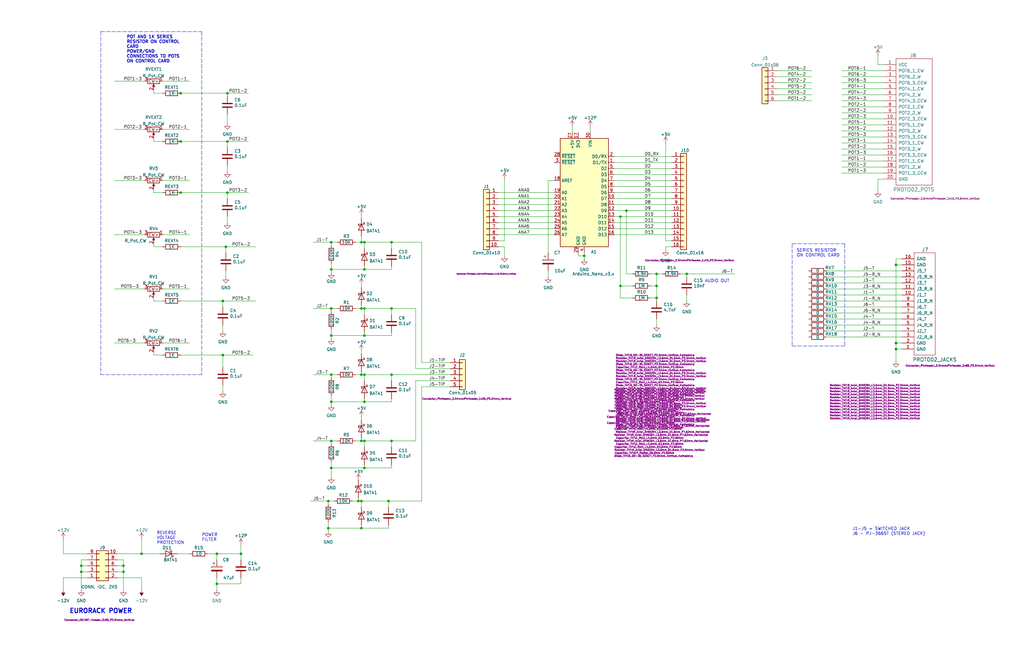
<source format=kicad_sch>
(kicad_sch (version 20211123) (generator eeschema)
  (paper "B")
  (title_block (title "6 POTS, 6 JACKS") (date "2022-11-20") (rev "2") (comment 1 "Arduino MOZZI Daughtercard for ER-PROTO-02") (comment 2 "https://note.com/solder_state/n/nffc1a33053be"))
  (junction (at 153.67 130.175))
  (junction (at 93.98 127))
  (junction (at 139.7 102.235))
  (junction (at 139.7 169.545))
  (junction (at 153.67 158.115))
  (junction (at 377.825 111.76))
  (junction (at 163.83 211.455))
  (junction (at 377.825 144.78))
  (junction (at 139.7 141.605))
  (junction (at 138.43 222.885))
  (junction (at 152.4 102.235))
  (junction (at 95.885 39.37))
  (junction (at 165.1 158.115))
  (junction (at 139.7 130.175))
  (junction (at 153.67 197.485))
  (junction (at 139.7 158.115))
  (junction (at 246.38 107.95))
  (junction (at 76.2 39.37))
  (junction (at 153.67 113.665))
  (junction (at 261.62 120.65))
  (junction (at 151.13 211.455))
  (junction (at 52.07 241.3))
  (junction (at 165.1 186.055))
  (junction (at 139.7 113.665))
  (junction (at 138.43 211.455))
  (junction (at 153.67 186.055))
  (junction (at 264.16 88.9))
  (junction (at 153.67 102.235))
  (junction (at 139.7 197.485))
  (junction (at 152.4 211.455))
  (junction (at 76.2 59.69))
  (junction (at 152.4 222.885))
  (junction (at 276.86 120.65))
  (junction (at 34.29 241.3))
  (junction (at 34.29 238.76))
  (junction (at 59.69 233.68))
  (junction (at 377.825 147.32))
  (junction (at 139.7 186.055))
  (junction (at 101.6 233.68))
  (junction (at 289.56 115.57))
  (junction (at 95.25 104.14))
  (junction (at 165.1 130.175))
  (junction (at 95.885 81.28))
  (junction (at 95.885 59.69))
  (junction (at 152.4 130.175))
  (junction (at 52.07 238.76))
  (junction (at 152.4 186.055))
  (junction (at 153.67 169.545))
  (junction (at 276.86 125.73))
  (junction (at 153.67 141.605))
  (junction (at 76.2 81.28))
  (junction (at 261.62 91.44))
  (junction (at 152.4 158.115))
  (junction (at 165.1 102.235))
  (junction (at 276.86 115.57))
  (junction (at 91.44 233.68))
  (junction (at 93.98 149.86))
  (junction (at 91.44 246.38))
  (wire (pts (xy 348.615 139.7) (xy 380.365 139.7)))
  (wire (pts (xy 354.965 50.165) (xy 372.745 50.165)))
  (wire (pts (xy 152.4 222.885) (xy 152.4 221.615)))
  (wire (pts (xy 348.615 127) (xy 380.365 127)))
  (wire (pts (xy 139.7 201.295) (xy 139.7 197.485)))
  (wire (pts (xy 348.615 121.92) (xy 380.365 121.92)))
  (wire (pts (xy 264.16 88.9) (xy 259.08 88.9)))
  (wire (pts (xy 139.7 170.815) (xy 139.7 169.545)))
  (wire (pts (xy 165.1 158.115) (xy 165.1 160.655)))
  (wire (pts (xy 289.56 124.46) (xy 289.56 127)))
  (wire (pts (xy 104.775 39.37) (xy 95.885 39.37)))
  (polyline (pts (xy 334.01 102.87) (xy 334.01 146.05)))
  (wire (pts (xy 49.53 233.68) (xy 59.69 233.68)))
  (wire (pts (xy 93.98 137.16) (xy 93.98 139.7)))
  (wire (pts (xy 139.7 113.665) (xy 139.7 111.125)))
  (wire (pts (xy 165.1 169.545) (xy 165.1 168.275)))
  (wire (pts (xy 246.38 107.95) (xy 243.84 107.95)))
  (polyline (pts (xy 85.09 158.115) (xy 42.545 158.115)))
  (wire (pts (xy 189.865 163.195) (xy 177.8 163.195)))
  (wire (pts (xy 276.86 134.62) (xy 276.86 137.16)))
  (wire (pts (xy 327.66 37.465) (xy 342.265 37.465)))
  (wire (pts (xy 327.66 40.005) (xy 342.265 40.005)))
  (wire (pts (xy 49.53 238.76) (xy 52.07 238.76)))
  (wire (pts (xy 59.69 227.33) (xy 59.69 233.68)))
  (wire (pts (xy 165.1 130.175) (xy 165.1 132.715)))
  (wire (pts (xy 48.26 54.61) (xy 60.96 54.61)))
  (wire (pts (xy 165.1 102.235) (xy 177.8 102.235)))
  (wire (pts (xy 153.67 197.485) (xy 165.1 197.485)))
  (wire (pts (xy 152.4 120.015) (xy 152.4 121.285)))
  (wire (pts (xy 153.67 186.055) (xy 165.1 186.055)))
  (wire (pts (xy 91.44 233.68) (xy 87.63 233.68)))
  (wire (pts (xy 380.365 109.22) (xy 377.825 109.22)))
  (wire (pts (xy 139.7 142.875) (xy 139.7 141.605)))
  (wire (pts (xy 175.26 160.655) (xy 175.26 186.055)))
  (wire (pts (xy 152.4 211.455) (xy 152.4 213.995)))
  (wire (pts (xy 93.98 127) (xy 93.98 129.54)))
  (wire (pts (xy 152.4 99.695) (xy 152.4 102.235)))
  (wire (pts (xy 64.77 81.28) (xy 68.58 81.28)))
  (wire (pts (xy 34.29 236.22) (xy 34.29 238.76)))
  (wire (pts (xy 354.965 40.005) (xy 372.745 40.005)))
  (wire (pts (xy 152.4 184.785) (xy 152.4 186.055)))
  (wire (pts (xy 152.4 211.455) (xy 163.83 211.455)))
  (wire (pts (xy 64.77 149.86) (xy 64.77 148.59)))
  (wire (pts (xy 165.1 113.665) (xy 165.1 112.395)))
  (wire (pts (xy 36.83 243.84) (xy 26.67 243.84)))
  (wire (pts (xy 64.77 127) (xy 68.58 127)))
  (wire (pts (xy 26.67 227.33) (xy 26.67 233.68)))
  (wire (pts (xy 95.885 59.69) (xy 104.775 59.69)))
  (wire (pts (xy 149.86 102.235) (xy 152.4 102.235)))
  (wire (pts (xy 231.14 116.84) (xy 231.14 114.3)))
  (wire (pts (xy 327.66 32.385) (xy 342.265 32.385)))
  (wire (pts (xy 68.58 121.92) (xy 80.01 121.92)))
  (wire (pts (xy 153.67 169.545) (xy 165.1 169.545)))
  (wire (pts (xy 95.25 104.14) (xy 107.95 104.14)))
  (wire (pts (xy 68.58 99.06) (xy 80.01 99.06)))
  (wire (pts (xy 153.67 158.115) (xy 153.67 160.655)))
  (wire (pts (xy 276.86 125.73) (xy 276.86 127)))
  (wire (pts (xy 132.08 158.115) (xy 139.7 158.115)))
  (wire (pts (xy 377.825 144.78) (xy 380.365 144.78)))
  (wire (pts (xy 261.62 91.44) (xy 261.62 120.65)))
  (polyline (pts (xy 85.09 13.335) (xy 85.09 158.115)))
  (wire (pts (xy 348.615 142.24) (xy 380.365 142.24)))
  (wire (pts (xy 165.1 158.115) (xy 189.865 158.115)))
  (wire (pts (xy 259.08 78.74) (xy 283.21 78.74)))
  (wire (pts (xy 76.2 149.86) (xy 93.98 149.86)))
  (wire (pts (xy 139.7 186.055) (xy 142.24 186.055)))
  (wire (pts (xy 152.4 222.885) (xy 163.83 222.885)))
  (wire (pts (xy 210.185 96.52) (xy 233.68 96.52)))
  (wire (pts (xy 34.29 241.3) (xy 34.29 248.92)))
  (wire (pts (xy 266.7 125.73) (xy 261.62 125.73)))
  (wire (pts (xy 152.4 130.175) (xy 153.67 130.175)))
  (wire (pts (xy 153.67 197.485) (xy 139.7 197.485)))
  (wire (pts (xy 139.7 158.115) (xy 139.7 159.385)))
  (wire (pts (xy 153.67 169.545) (xy 139.7 169.545)))
  (polyline (pts (xy 42.545 13.335) (xy 42.545 158.115)))
  (wire (pts (xy 149.86 186.055) (xy 152.4 186.055)))
  (wire (pts (xy 246.38 109.22) (xy 246.38 107.95)))
  (wire (pts (xy 148.59 211.455) (xy 151.13 211.455)))
  (wire (pts (xy 152.4 156.845) (xy 152.4 158.115)))
  (wire (pts (xy 233.68 76.2) (xy 231.14 76.2)))
  (wire (pts (xy 348.615 114.3) (xy 380.365 114.3)))
  (wire (pts (xy 210.185 99.06) (xy 233.68 99.06)))
  (wire (pts (xy 348.615 119.38) (xy 380.365 119.38)))
  (wire (pts (xy 274.32 125.73) (xy 276.86 125.73)))
  (wire (pts (xy 354.965 37.465) (xy 372.745 37.465)))
  (polyline (pts (xy 334.01 102.87) (xy 356.235 102.87)))
  (wire (pts (xy 93.98 149.86) (xy 93.98 154.94)))
  (wire (pts (xy 165.1 141.605) (xy 165.1 140.335)))
  (wire (pts (xy 246.38 107.95) (xy 246.38 106.68)))
  (wire (pts (xy 153.67 141.605) (xy 139.7 141.605)))
  (wire (pts (xy 101.6 233.68) (xy 101.6 236.22)))
  (wire (pts (xy 261.62 91.44) (xy 283.21 91.44)))
  (wire (pts (xy 354.965 65.405) (xy 372.745 65.405)))
  (wire (pts (xy 259.08 68.58) (xy 283.21 68.58)))
  (wire (pts (xy 261.62 120.65) (xy 266.7 120.65)))
  (wire (pts (xy 76.2 81.28) (xy 95.885 81.28)))
  (wire (pts (xy 95.885 81.28) (xy 95.885 83.82)))
  (wire (pts (xy 153.67 169.545) (xy 153.67 168.275)))
  (wire (pts (xy 165.1 102.235) (xy 165.1 104.775)))
  (wire (pts (xy 163.83 211.455) (xy 177.8 211.455)))
  (wire (pts (xy 175.26 130.175) (xy 175.26 155.575)))
  (wire (pts (xy 189.865 160.655) (xy 175.26 160.655)))
  (wire (pts (xy 377.825 147.32) (xy 380.365 147.32)))
  (wire (pts (xy 132.08 186.055) (xy 139.7 186.055)))
  (wire (pts (xy 59.69 243.84) (xy 59.69 248.92)))
  (wire (pts (xy 64.77 104.14) (xy 68.58 104.14)))
  (wire (pts (xy 266.7 115.57) (xy 264.16 115.57)))
  (wire (pts (xy 259.08 99.06) (xy 283.21 99.06)))
  (wire (pts (xy 259.08 71.12) (xy 283.21 71.12)))
  (wire (pts (xy 26.67 243.84) (xy 26.67 248.92)))
  (wire (pts (xy 95.885 69.85) (xy 95.885 72.39)))
  (wire (pts (xy 327.66 34.925) (xy 342.265 34.925)))
  (wire (pts (xy 59.69 233.68) (xy 67.31 233.68)))
  (wire (pts (xy 354.965 47.625) (xy 372.745 47.625)))
  (wire (pts (xy 377.825 111.76) (xy 377.825 144.78)))
  (wire (pts (xy 74.93 233.68) (xy 80.01 233.68)))
  (wire (pts (xy 152.4 90.805) (xy 152.4 92.075)))
  (wire (pts (xy 153.67 141.605) (xy 153.67 140.335)))
  (wire (pts (xy 377.825 109.22) (xy 377.825 111.76)))
  (wire (pts (xy 139.7 186.055) (xy 139.7 187.325)))
  (wire (pts (xy 95.25 104.14) (xy 95.25 106.68)))
  (wire (pts (xy 153.67 102.235) (xy 153.67 104.775)))
  (wire (pts (xy 165.1 130.175) (xy 175.26 130.175)))
  (wire (pts (xy 64.77 59.69) (xy 64.77 58.42)))
  (wire (pts (xy 248.92 53.34) (xy 248.92 55.88)))
  (wire (pts (xy 93.98 162.56) (xy 93.98 165.1)))
  (wire (pts (xy 354.965 57.785) (xy 372.745 57.785)))
  (wire (pts (xy 138.43 211.455) (xy 140.97 211.455)))
  (wire (pts (xy 163.83 211.455) (xy 163.83 213.995)))
  (wire (pts (xy 95.25 114.3) (xy 95.25 116.84)))
  (wire (pts (xy 138.43 211.455) (xy 138.43 212.725)))
  (wire (pts (xy 64.77 127) (xy 64.77 125.73)))
  (wire (pts (xy 177.8 163.195) (xy 177.8 211.455)))
  (wire (pts (xy 95.885 59.69) (xy 95.885 62.23)))
  (wire (pts (xy 163.83 222.885) (xy 163.83 221.615)))
  (wire (pts (xy 276.86 125.73) (xy 276.86 120.65)))
  (wire (pts (xy 139.7 114.935) (xy 139.7 113.665)))
  (wire (pts (xy 91.44 233.68) (xy 91.44 236.22)))
  (wire (pts (xy 153.67 141.605) (xy 165.1 141.605)))
  (wire (pts (xy 289.56 115.57) (xy 289.56 116.84)))
  (wire (pts (xy 64.77 59.69) (xy 68.58 59.69)))
  (wire (pts (xy 243.84 107.95) (xy 243.84 106.68)))
  (wire (pts (xy 48.26 34.29) (xy 60.96 34.29)))
  (wire (pts (xy 354.965 42.545) (xy 372.745 42.545)))
  (wire (pts (xy 327.66 29.845) (xy 342.265 29.845)))
  (wire (pts (xy 139.7 169.545) (xy 139.7 167.005)))
  (wire (pts (xy 64.77 39.37) (xy 68.58 39.37)))
  (wire (pts (xy 377.825 147.32) (xy 377.825 152.4)))
  (wire (pts (xy 259.08 73.66) (xy 283.21 73.66)))
  (wire (pts (xy 165.1 186.055) (xy 165.1 188.595)))
  (wire (pts (xy 138.43 222.885) (xy 138.43 220.345)))
  (wire (pts (xy 93.98 149.86) (xy 106.68 149.86)))
  (wire (pts (xy 48.26 144.78) (xy 60.96 144.78)))
  (wire (pts (xy 34.29 241.3) (xy 36.83 241.3)))
  (wire (pts (xy 152.4 175.895) (xy 152.4 177.165)))
  (wire (pts (xy 177.8 102.235) (xy 177.8 153.035)))
  (wire (pts (xy 377.825 144.78) (xy 377.825 147.32)))
  (wire (pts (xy 48.26 121.92) (xy 60.96 121.92)))
  (wire (pts (xy 49.53 236.22) (xy 52.07 236.22)))
  (wire (pts (xy 101.6 229.87) (xy 101.6 233.68)))
  (wire (pts (xy 354.965 55.245) (xy 372.745 55.245)))
  (wire (pts (xy 153.67 113.665) (xy 139.7 113.665)))
  (wire (pts (xy 130.81 211.455) (xy 138.43 211.455)))
  (wire (pts (xy 91.44 233.68) (xy 101.6 233.68)))
  (wire (pts (xy 283.21 101.6) (xy 280.67 101.6)))
  (wire (pts (xy 139.7 158.115) (xy 142.24 158.115)))
  (wire (pts (xy 261.62 125.73) (xy 261.62 120.65)))
  (wire (pts (xy 259.08 83.82) (xy 283.21 83.82)))
  (wire (pts (xy 73.025 59.69) (xy 76.2 59.69)))
  (wire (pts (xy 152.4 186.055) (xy 153.67 186.055)))
  (wire (pts (xy 354.965 67.945) (xy 372.745 67.945)))
  (wire (pts (xy 264.16 88.9) (xy 283.21 88.9)))
  (wire (pts (xy 153.67 130.175) (xy 165.1 130.175)))
  (wire (pts (xy 73.025 81.28) (xy 76.2 81.28)))
  (wire (pts (xy 152.4 222.885) (xy 138.43 222.885)))
  (wire (pts (xy 34.29 238.76) (xy 36.83 238.76)))
  (wire (pts (xy 210.185 93.98) (xy 233.68 93.98)))
  (wire (pts (xy 348.615 132.08) (xy 380.365 132.08)))
  (wire (pts (xy 327.66 42.545) (xy 342.265 42.545)))
  (wire (pts (xy 210.185 83.82) (xy 233.68 83.82)))
  (wire (pts (xy 95.885 39.37) (xy 95.885 40.64)))
  (wire (pts (xy 370.205 75.565) (xy 370.205 80.645)))
  (wire (pts (xy 68.58 144.78) (xy 80.01 144.78)))
  (wire (pts (xy 64.77 149.86) (xy 68.58 149.86)))
  (wire (pts (xy 276.86 120.65) (xy 276.86 115.57)))
  (wire (pts (xy 354.965 29.845) (xy 372.745 29.845)))
  (wire (pts (xy 64.77 104.14) (xy 64.77 102.87)))
  (wire (pts (xy 348.615 134.62) (xy 380.365 134.62)))
  (wire (pts (xy 139.7 102.235) (xy 139.7 103.505)))
  (wire (pts (xy 354.965 52.705) (xy 372.745 52.705)))
  (wire (pts (xy 152.4 128.905) (xy 152.4 130.175)))
  (wire (pts (xy 152.4 158.115) (xy 153.67 158.115)))
  (wire (pts (xy 153.67 158.115) (xy 165.1 158.115)))
  (wire (pts (xy 68.58 54.61) (xy 80.01 54.61)))
  (wire (pts (xy 348.615 137.16) (xy 380.365 137.16)))
  (wire (pts (xy 152.4 102.235) (xy 153.67 102.235)))
  (wire (pts (xy 153.67 130.175) (xy 153.67 132.715)))
  (wire (pts (xy 91.44 243.84) (xy 91.44 246.38)))
  (wire (pts (xy 189.865 155.575) (xy 175.26 155.575)))
  (wire (pts (xy 259.08 96.52) (xy 283.21 96.52)))
  (wire (pts (xy 241.3 53.34) (xy 241.3 55.88)))
  (wire (pts (xy 76.2 39.37) (xy 95.885 39.37)))
  (wire (pts (xy 149.86 158.115) (xy 152.4 158.115)))
  (wire (pts (xy 177.8 153.035) (xy 189.865 153.035)))
  (wire (pts (xy 212.725 75.565) (xy 212.725 101.6)))
  (wire (pts (xy 348.615 124.46) (xy 380.365 124.46)))
  (wire (pts (xy 287.02 115.57) (xy 289.56 115.57)))
  (wire (pts (xy 52.07 241.3) (xy 52.07 248.92)))
  (wire (pts (xy 68.58 76.2) (xy 80.01 76.2)))
  (wire (pts (xy 210.185 91.44) (xy 233.68 91.44)))
  (wire (pts (xy 52.07 236.22) (xy 52.07 238.76)))
  (wire (pts (xy 354.965 70.485) (xy 372.745 70.485)))
  (wire (pts (xy 153.67 113.665) (xy 153.67 112.395)))
  (wire (pts (xy 101.6 246.38) (xy 101.6 243.84)))
  (polyline (pts (xy 356.235 102.87) (xy 356.235 146.05)))
  (wire (pts (xy 354.965 32.385) (xy 372.745 32.385)))
  (wire (pts (xy 49.53 243.84) (xy 59.69 243.84)))
  (wire (pts (xy 354.965 73.025) (xy 372.745 73.025)))
  (wire (pts (xy 91.44 246.38) (xy 91.44 248.92)))
  (wire (pts (xy 95.885 81.28) (xy 104.775 81.28)))
  (wire (pts (xy 152.4 147.955) (xy 152.4 149.225)))
  (wire (pts (xy 259.08 76.2) (xy 283.21 76.2)))
  (wire (pts (xy 354.965 45.085) (xy 372.745 45.085)))
  (wire (pts (xy 132.08 130.175) (xy 139.7 130.175)))
  (wire (pts (xy 64.77 81.28) (xy 64.77 80.01)))
  (wire (pts (xy 151.13 210.185) (xy 151.13 211.455)))
  (wire (pts (xy 372.745 27.305) (xy 370.205 27.305)))
  (wire (pts (xy 210.185 104.14) (xy 212.725 104.14)))
  (wire (pts (xy 259.08 86.36) (xy 283.21 86.36)))
  (wire (pts (xy 165.1 197.485) (xy 165.1 196.215)))
  (wire (pts (xy 151.13 211.455) (xy 152.4 211.455)))
  (wire (pts (xy 153.67 197.485) (xy 153.67 196.215)))
  (wire (pts (xy 93.98 127) (xy 107.95 127)))
  (wire (pts (xy 210.185 101.6) (xy 212.725 101.6)))
  (wire (pts (xy 36.83 233.68) (xy 26.67 233.68)))
  (wire (pts (xy 259.08 81.28) (xy 283.21 81.28)))
  (wire (pts (xy 73.025 39.37) (xy 76.2 39.37)))
  (wire (pts (xy 76.2 127) (xy 93.98 127)))
  (wire (pts (xy 153.67 113.665) (xy 165.1 113.665)))
  (wire (pts (xy 280.67 60.325) (xy 280.67 101.6)))
  (wire (pts (xy 34.29 238.76) (xy 34.29 241.3)))
  (wire (pts (xy 139.7 102.235) (xy 142.24 102.235)))
  (wire (pts (xy 354.965 34.925) (xy 372.745 34.925)))
  (wire (pts (xy 91.44 246.38) (xy 101.6 246.38)))
  (wire (pts (xy 289.56 115.57) (xy 309.88 115.57)))
  (wire (pts (xy 153.67 102.235) (xy 165.1 102.235)))
  (wire (pts (xy 76.2 59.69) (xy 95.885 59.69)))
  (wire (pts (xy 49.53 241.3) (xy 52.07 241.3)))
  (wire (pts (xy 354.965 62.865) (xy 372.745 62.865)))
  (wire (pts (xy 165.1 186.055) (xy 175.26 186.055)))
  (wire (pts (xy 64.77 39.37) (xy 64.77 38.1)))
  (wire (pts (xy 95.885 48.26) (xy 95.885 52.07)))
  (polyline (pts (xy 42.545 13.335) (xy 85.09 13.335)))
  (wire (pts (xy 370.205 75.565) (xy 372.745 75.565)))
  (wire (pts (xy 274.32 120.65) (xy 276.86 120.65)))
  (wire (pts (xy 132.08 102.235) (xy 139.7 102.235)))
  (wire (pts (xy 48.26 76.2) (xy 60.96 76.2)))
  (wire (pts (xy 370.205 23.495) (xy 370.205 27.305)))
  (wire (pts (xy 48.26 99.06) (xy 60.96 99.06)))
  (wire (pts (xy 377.825 111.76) (xy 380.365 111.76)))
  (wire (pts (xy 139.7 130.175) (xy 142.24 130.175)))
  (wire (pts (xy 139.7 130.175) (xy 139.7 131.445)))
  (wire (pts (xy 149.86 130.175) (xy 152.4 130.175)))
  (wire (pts (xy 348.615 129.54) (xy 380.365 129.54)))
  (wire (pts (xy 210.185 81.28) (xy 233.68 81.28)))
  (wire (pts (xy 280.67 104.14) (xy 280.67 105.41)))
  (wire (pts (xy 139.7 197.485) (xy 139.7 194.945)))
  (wire (pts (xy 264.16 115.57) (xy 264.16 88.9)))
  (wire (pts (xy 283.21 104.14) (xy 280.67 104.14)))
  (wire (pts (xy 36.83 236.22) (xy 34.29 236.22)))
  (wire (pts (xy 354.965 60.325) (xy 372.745 60.325)))
  (wire (pts (xy 231.14 76.2) (xy 231.14 106.68)))
  (wire (pts (xy 138.43 224.155) (xy 138.43 222.885)))
  (wire (pts (xy 348.615 116.84) (xy 380.365 116.84)))
  (wire (pts (xy 76.2 104.14) (xy 95.25 104.14)))
  (wire (pts (xy 259.08 66.04) (xy 283.21 66.04)))
  (wire (pts (xy 52.07 238.76) (xy 52.07 241.3)))
  (wire (pts (xy 210.185 88.9) (xy 233.68 88.9)))
  (polyline (pts (xy 356.235 146.05) (xy 334.01 146.05)))
  (wire (pts (xy 139.7 141.605) (xy 139.7 139.065)))
  (wire (pts (xy 153.67 186.055) (xy 153.67 188.595)))
  (wire (pts (xy 68.58 34.29) (xy 80.01 34.29)))
  (wire (pts (xy 212.725 104.14) (xy 212.725 107.95)))
  (wire (pts (xy 210.185 86.36) (xy 233.68 86.36)))
  (wire (pts (xy 95.885 91.44) (xy 95.885 93.98)))
  (wire (pts (xy 259.08 91.44) (xy 261.62 91.44)))
  (wire (pts (xy 259.08 93.98) (xy 283.21 93.98)))
  (wire (pts (xy 276.86 115.57) (xy 279.4 115.57)))
  (wire (pts (xy 276.86 115.57) (xy 274.32 115.57)))
  (text "EURORACK POWER" (at 29.21 259.08 0) (effects (font (size 1.905 1.905) (thickness 0.381) bold) (justify left bottom)))
  (text "J1-J5 = SWITCHED JACK\nJ6 - PJ-366ST (STEREO JACK)" (at 359.41 226.06 0) (effects (font (size 1.27 1.27)) (justify left bottom)))
  (text "AUDIO OUT" (at 297.18 119.38 0) (effects (font (size 1.27 1.27)) (justify left bottom)))
  (text "POWER\nFILTER" (at 85.09 228.6 0) (effects (font (size 1.27 1.27)) (justify left bottom)))
  (text "POT AND 1K SERIES\nRESISTOR ON CONTROL\nCARD\nPOWER/GND\nCONNECTIONS TO POTS\nON CONTROL CARD" (at 53.34 26.67 0) (effects (font (size 1.27 1.27) (thickness 0.254) bold) (justify left bottom)))
  (text "SERIES RESISTOR\nON CONTROL CARD" (at 335.915 108.585 0) (effects (font (size 1.27 1.27)) (justify left bottom)))
  (text "REVERSE\nVOLTAGE\nPROTECTION" (at 66.04 229.87 0) (effects (font (size 1.27 1.27)) (justify left bottom)))
  (label "J3-R_N" (at 363.855 121.92 0))
  (label "POT3-1" (at 71.12 76.2 0))
  (label "J3-TIP" (at 180.975 158.115 0))
  (label "ANA4" (at 218.44 91.44 0))
  (label "J6-T" (at 363.855 129.54 0))
  (label "POT2-3" (at 52.07 54.61 0))
  (label "J3-T" (at 363.855 119.38 0))
  (label "POT4-2" (at 357.505 40.005 0))
  (label "D8" (at 271.78 86.36 0))
  (label "POT2-2" (at 357.505 47.625 0))
  (label "POT4-2" (at 332.105 32.385 0))
  (label "POT2-2" (at 96.52 59.69 0))
  (label "D3" (at 271.78 73.66 0))
  (label "POT3-2" (at 96.52 81.28 0))
  (label "POT1-2" (at 96.52 39.37 0))
  (label "POT6-2" (at 332.105 29.845 0))
  (label "POT5-2" (at 332.105 37.465 0))
  (label "POT3-3" (at 357.505 65.405 0))
  (label "J1-T" (at 363.855 124.46 0))
  (label "J5-TIP" (at 180.975 163.195 0))
  (label "POT5-3" (at 50.8 121.92 0))
  (label "J2-T" (at 363.855 139.7 0))
  (label "POT3-3" (at 52.07 76.2 0))
  (label "POT4-3" (at 357.505 42.545 0))
  (label "J1-R_N" (at 363.855 127 0))
  (label "POT6-2" (at 357.505 32.385 0))
  (label "J4-T" (at 363.855 134.62 0))
  (label "POT2-1" (at 71.12 54.61 0))
  (label "D10" (at 271.78 91.44 0))
  (label "J2-T" (at 133.35 130.175 0))
  (label "POT5-1" (at 357.505 52.705 0))
  (label "ANA5" (at 218.44 93.98 0))
  (label "D0_RX" (at 271.78 66.04 0))
  (label "POT6-3" (at 49.53 144.78 0))
  (label "D13" (at 271.78 99.06 0))
  (label "POT4-1" (at 357.505 37.465 0))
  (label "POT3-2" (at 332.105 40.005 0))
  (label "J6-T" (at 304.165 115.57 0))
  (label "POT1-1" (at 357.505 67.945 0))
  (label "POT3-2" (at 357.505 62.865 0))
  (label "J4-TIP" (at 180.975 160.655 0))
  (label "POT6-1" (at 357.505 29.845 0))
  (label "D4" (at 271.78 76.2 0))
  (label "POT1-2" (at 332.105 42.545 0))
  (label "J4-T" (at 133.35 186.055 0))
  (label "D6" (at 271.78 81.28 0))
  (label "J5-T" (at 132.08 211.455 0))
  (label "POT5-3" (at 357.505 57.785 0))
  (label "ANA3" (at 218.44 88.9 0))
  (label "J5-T" (at 363.855 114.3 0))
  (label "POT2-1" (at 357.505 45.085 0))
  (label "POT4-3" (at 52.07 99.06 0))
  (label "D11" (at 271.78 93.98 0))
  (label "POT5-2" (at 357.505 55.245 0))
  (label "POT6-2" (at 97.79 149.86 0))
  (label "POT6-3" (at 357.505 34.925 0))
  (label "J5-R_N" (at 363.855 116.84 0))
  (label "POT3-1" (at 357.505 60.325 0))
  (label "D7" (at 271.78 83.82 0))
  (label "POT2-3" (at 357.505 50.165 0))
  (label "D2" (at 271.78 71.12 0))
  (label "D1_TX" (at 271.78 68.58 0))
  (label "ANA0" (at 218.44 81.28 0))
  (label "ANA6" (at 218.44 96.52 0))
  (label "D5" (at 271.78 78.74 0))
  (label "POT1-1" (at 71.12 34.29 0))
  (label "POT1-3" (at 52.07 34.29 0))
  (label "POT1-2" (at 357.505 70.485 0))
  (label "J2-R_N" (at 363.855 142.24 0))
  (label "ANA1" (at 218.44 83.82 0))
  (label "J1-T" (at 133.35 102.235 0))
  (label "D9" (at 271.78 88.9 0))
  (label "J4-R_N" (at 363.855 137.16 0))
  (label "POT4-2" (at 97.79 104.14 0))
  (label "POT5-1" (at 71.12 121.92 0))
  (label "POT5-2" (at 97.79 127 0))
  (label "ANA7" (at 218.44 99.06 0))
  (label "ANA2" (at 218.44 86.36 0))
  (label "POT1-3" (at 357.505 73.025 0))
  (label "POT4-1" (at 71.12 99.06 0))
  (label "J2-TIP" (at 180.975 155.575 0))
  (label "J1-TIP" (at 180.975 153.035 0))
  (label "J3-T" (at 133.35 158.115 0))
  (label "J6-R_N" (at 363.855 132.08 0))
  (label "D12" (at 271.78 96.52 0))
  (label "POT2-2" (at 332.105 34.925 0))
  (label "POT6-1" (at 71.12 144.78 0))
  (symbol (lib_id "Device:C") (at 95.885 66.04 0) (unit 1)
    (property "Reference" "C3" (at 98.806 63.7286 0) (effects (justify left)))
    (property "Value" "0.1uF" (at 98.806 66.04 0) (effects (justify left)))
    (property "Footprint" "Capacitor_THT:C_Rect_L4.0mm_W2.5mm_P2.50mm" (at 255.905 175.895 0) (effects (font (size 0.762 0.762)) (justify left)))
  )
  (symbol (lib_id "Device:C") (at 165.1 136.525 0) (unit 1)
    (property "Reference" "C9" (at 168.021 134.2136 0) (effects (justify left)))
    (property "Value" "0.1uF" (at 168.021 136.525 0) (effects (justify left)))
    (property "Footprint" "Capacitor_THT:C_Rect_L4.0mm_W2.5mm_P2.50mm" (at 259.715 161.29 0) (effects (font (size 0.762 0.762)) (justify left)))
  )
  (symbol (lib_id "Device:R") (at 139.7 191.135 0) (unit 1)
    (property "Reference" "R6" (at 142.24 191.135 90))
    (property "Value" "100K" (at 139.7 191.135 90))
    (property "Footprint" "Resistor_THT:R_Axial_DIN0204_L3.6mm_D1.6mm_P2.54mm_Vertical" (at 278.765 170.18 0) (effects (font (size 0.762 0.762))))
    (property "Datasheet" "https://www.mouser.com/ProductDetail/Xicon/299-2.2K-RC?qs=QaPBMFBEHz3RDbXknTj%252ByA%3D%3D" (effects hide))
  )
  (symbol (lib_id "Device:C") (at 93.98 133.35 0) (unit 1)
    (property "Reference" "C4" (at 96.901 131.0386 0) (effects (justify left)))
    (property "Value" "0.1uF" (at 96.901 133.35 0) (effects (justify left)))
    (property "Footprint" "Capacitor_THT:C_Rect_L4.0mm_W2.5mm_P2.50mm" (at 259.715 184.785 0) (effects (font (size 0.762 0.762)) (justify left)))
  )
  (symbol (lib_id "power:GND") (at 52.07 248.92 0) (unit 1)
    (property "Reference" "#PWR0106" (effects hide))
    (property "Value" "GND" (at 52.07 253.4825 0))
  )
  (symbol (lib_id "Device:R") (at 344.805 137.16 90) (unit 1) (in_bom no) (on_board no)
    (property "Reference" "RX16" (at 350.52 135.89 90))
    (property "Value" "0" (at 344.805 137.16 90))
    (property "Footprint" "Resistor_THT:R_Axial_DIN0204_L3.6mm_D1.6mm_P2.54mm_Vertical" (at 368.935 173.99 90) (effects (font (size 0.762 0.762))))
    (property "Datasheet" "https://www.mouser.com/ProductDetail/Xicon/299-2.2K-RC?qs=QaPBMFBEHz3RDbXknTj%252ByA%3D%3D" (effects hide))
  )
  (symbol (lib_id "Device:R") (at 146.05 186.055 90) (unit 1)
    (property "Reference" "R5" (at 146.05 183.515 90))
    (property "Value" "10K" (at 146.05 186.055 90))
    (property "Footprint" "Resistor_THT:R_Axial_DIN0204_L3.6mm_D1.6mm_P2.54mm_Vertical" (at 278.765 171.45 90) (effects (font (size 0.762 0.762))))
    (property "Datasheet" "https://www.mouser.com/ProductDetail/Xicon/299-2.2K-RC?qs=QaPBMFBEHz3RDbXknTj%252ByA%3D%3D" (effects hide))
  )
  (symbol (lib_id "power:GND") (at 377.825 152.4 0) (unit 1)
    (property "Reference" "#PWR0102" (effects hide))
    (property "Value" "GND" (at 377.825 156.9625 0))
  )
  (symbol (lib_id "power:+5V") (at 152.4 175.895 0) (unit 1)
    (property "Reference" "#PWR0120" (effects hide))
    (property "Value" "+5V" (at 152.4 172.2905 0))
  )
  (symbol (lib_id "power:GND") (at 138.43 224.155 0) (unit 1)
    (property "Reference" "#PWR0114" (effects hide))
    (property "Value" "GND" (at 138.43 228.7175 0))
  )
  (symbol (lib_id "Device:C_Polarized") (at 231.14 110.49 0) (unit 1)
    (property "Reference" "C7" (at 234.95 106.68 0))
    (property "Value" "10uF" (at 236.22 114.3 0))
    (property "Footprint" "Capacitor_THT:CP_Radial_D5.0mm_P2.50mm" (at 271.78 169.545 0) (effects (font (size 0.762 0.762))))
  )
  (symbol (lib_id "power:+5V") (at 370.205 23.495 0) (unit 1)
    (property "Reference" "#PWR0137" (effects hide))
    (property "Value" "+5V" (at 370.205 19.8905 0))
  )
  (symbol (lib_id "power:GND") (at 246.38 109.22 0) (unit 1)
    (property "Reference" "#PWR0111" (effects hide))
    (property "Value" "GND" (at 246.38 113.7825 0))
  )
  (symbol (lib_id "Device:R") (at 283.21 115.57 90) (unit 1)
    (property "Reference" "R14" (at 283.21 113.03 90))
    (property "Value" "3.9K" (at 283.21 115.57 90))
    (property "Footprint" "Resistor_THT:R_Axial_DIN0204_L3.6mm_D1.6mm_P2.54mm_Vertical" (at 278.13 168.275 90) (effects (font (size 0.762 0.762))))
    (property "Datasheet" "https://www.mouser.com/ProductDetail/Xicon/299-2.2K-RC?qs=QaPBMFBEHz3RDbXknTj%252ByA%3D%3D" (effects hide))
  )
  (symbol (lib_id "Connector_Generic:Conn_02x05_Odd_Even") (at 41.91 238.76 0) (mirror x) (unit 1)
    (property "Reference" "J9" (at 43.18 231.14 0))
    (property "Value" "CONN, IDC, 2X5" (at 41.91 247.65 0))
    (property "Footprint" "Connector_IDC:IDC-Header_2x05_P2.54mm_Vertical" (at 41.91 261.62 0) (effects (font (size 0.762 0.762))))
  )
  (symbol (lib_id "Device:R") (at 344.805 124.46 90) (unit 1) (in_bom no) (on_board no)
    (property "Reference" "RX11" (at 350.52 123.19 90))
    (property "Value" "0" (at 344.805 124.46 90))
    (property "Footprint" "Resistor_THT:R_Axial_DIN0204_L3.6mm_D1.6mm_P2.54mm_Vertical" (at 368.935 167.64 90) (effects (font (size 0.762 0.762))))
    (property "Datasheet" "https://www.mouser.com/ProductDetail/Xicon/299-2.2K-RC?qs=QaPBMFBEHz3RDbXknTj%252ByA%3D%3D" (effects hide))
  )
  (symbol (lib_id "Device:D_Schottky") (at 153.67 136.525 270) (unit 1)
    (property "Reference" "D1" (at 155.702 135.299 90) (effects (justify left)))
    (property "Value" "BAT41" (at 155.702 138.0741 90) (effects (justify left)))
    (property "Footprint" "Diode_THT:D_DO-35_SOD27_P2.54mm_Vertical_KathodeUp" (at 276.225 160.02 90) (effects (font (size 0.762 0.762))))
  )
  (symbol (lib_id "Device:D_Schottky") (at 152.4 125.095 270) (unit 1)
    (property "Reference" "D2" (at 154.432 123.869 90) (effects (justify left)))
    (property "Value" "BAT41" (at 154.432 126.6441 90) (effects (justify left)))
    (property "Footprint" "Diode_THT:D_DO-35_SOD27_P2.54mm_Vertical_KathodeUp" (at 276.225 156.21 90) (effects (font (size 0.762 0.762))))
  )
  (symbol (lib_id "power:+5V") (at 212.725 75.565 0) (unit 1)
    (property "Reference" "#PWR01" (effects hide))
    (property "Value" "+5V" (at 212.725 71.9605 0))
  )
  (symbol (lib_id "Device:C") (at 165.1 192.405 0) (unit 1)
    (property "Reference" "C11" (at 168.021 190.0936 0) (effects (justify left)))
    (property "Value" "0.1uF" (at 168.021 192.405 0) (effects (justify left)))
    (property "Footprint" "Capacitor_THT:C_Rect_L4.0mm_W2.5mm_P2.50mm" (at 259.715 173.99 0) (effects (font (size 0.762 0.762)) (justify left)))
  )
  (symbol (lib_id "power:GND") (at 95.885 93.98 0) (unit 1)
    (property "Reference" "#PWR0124" (effects hide))
    (property "Value" "GND" (at 95.885 98.5425 0))
  )
  (symbol (lib_id "Device:C") (at 95.885 87.63 0) (unit 1)
    (property "Reference" "C5" (at 98.806 85.3186 0) (effects (justify left)))
    (property "Value" "0.1uF" (at 98.806 87.63 0) (effects (justify left)))
    (property "Footprint" "Capacitor_THT:C_Rect_L4.0mm_W2.5mm_P2.50mm" (at 255.905 178.435 0) (effects (font (size 0.762 0.762)) (justify left)))
  )
  (symbol (lib_id "power:+12P") (at 101.6 229.87 0) (unit 1)
    (property "Reference" "#PWR0108" (effects hide))
    (property "Value" "+12P" (at 101.6 226.06 0))
  )
  (symbol (lib_id "power:GND") (at 139.7 114.935 0) (unit 1)
    (property "Reference" "#PWR0115" (effects hide))
    (property "Value" "GND" (at 139.7 118.745 0))
  )
  (symbol (lib_id "Device:C") (at 95.885 44.45 0) (unit 1)
    (property "Reference" "C6" (at 98.806 42.1386 0) (effects (justify left)))
    (property "Value" "0.1uF" (at 98.806 44.45 0) (effects (justify left)))
    (property "Footprint" "Capacitor_THT:C_Rect_L4.0mm_W2.5mm_P2.50mm" (at 256.54 173.355 0) (effects (font (size 0.762 0.762)) (justify left)))
  )
  (symbol (lib_id "Device:C") (at 163.83 217.805 0) (unit 1)
    (property "Reference" "C13" (at 166.751 215.4936 0) (effects (justify left)))
    (property "Value" "0.1uF" (at 166.751 217.805 0) (effects (justify left)))
    (property "Footprint" "Capacitor_THT:C_Rect_L4.0mm_W2.5mm_P2.50mm" (at 259.715 180.34 0) (effects (font (size 0.762 0.762)) (justify left)))
  )
  (symbol (lib_id "Device:C_Polarized") (at 91.44 240.03 0) (unit 1)
    (property "Reference" "C8" (at 95.25 236.22 0))
    (property "Value" "47uF" (at 96.52 243.84 0))
    (property "Footprint" "Capacitor_THT:CP_Radial_D5.0mm_P2.50mm" (at 271.78 191.135 0) (effects (font (size 0.762 0.762))))
  )
  (symbol (lib_id "power:GND") (at 276.86 137.16 0) (unit 1)
    (property "Reference" "#PWR0109" (effects hide))
    (property "Value" "GND" (at 276.86 141.7225 0))
  )
  (symbol (lib_id "power:GND") (at 93.98 139.7 0) (unit 1)
    (property "Reference" "#PWR0133" (effects hide))
    (property "Value" "GND" (at 93.98 144.2625 0))
  )
  (symbol (lib_id "Device:R") (at 344.805 132.08 90) (unit 1) (in_bom no) (on_board no)
    (property "Reference" "RX14" (at 350.52 130.81 90))
    (property "Value" "0" (at 344.805 132.08 90))
    (property "Footprint" "Resistor_THT:R_Axial_DIN0204_L3.6mm_D1.6mm_P2.54mm_Vertical" (at 368.935 171.45 90) (effects (font (size 0.762 0.762))))
    (property "Datasheet" "https://www.mouser.com/ProductDetail/Xicon/299-2.2K-RC?qs=QaPBMFBEHz3RDbXknTj%252ByA%3D%3D" (effects hide))
  )
  (symbol (lib_id "Device:D_Schottky") (at 71.12 233.68 180) (unit 1)
    (property "Reference" "D11" (at 72.39 231.14 0) (effects (justify left)))
    (property "Value" "BAT41" (at 74.93 236.22 0) (effects (justify left)))
    (property "Footprint" "Diode_THT:D_DO-35_SOD27_P2.54mm_Vertical_KathodeUp" (at 275.59 192.405 0) (effects (font (size 0.762 0.762))))
  )
  (symbol (lib_id "Device:R") (at 344.805 142.24 90) (unit 1) (in_bom no) (on_board no)
    (property "Reference" "RX18" (at 350.52 140.97 90))
    (property "Value" "0" (at 344.805 142.24 90))
    (property "Footprint" "Resistor_THT:R_Axial_DIN0204_L3.6mm_D1.6mm_P2.54mm_Vertical" (at 368.935 176.53 90) (effects (font (size 0.762 0.762))))
    (property "Datasheet" "https://www.mouser.com/ProductDetail/Xicon/299-2.2K-RC?qs=QaPBMFBEHz3RDbXknTj%252ByA%3D%3D" (effects hide))
  )
  (symbol (lib_id "Connector_Generic:Conn_01x06") (at 322.58 34.925 0) (mirror y) (unit 1)
    (property "Reference" "J3" (at 322.58 24.6085 0))
    (property "Value" "Conn_01x06" (at 322.58 27.3836 0))
    (property "Footprint" "Connector_PinHeader_2.54mm:PinHeader_1x06_P2.54mm_Vertical" (effects hide))
  )
  (symbol (lib_id "power:+5V") (at 280.67 60.325 0) (unit 1)
    (property "Reference" "#PWR0130" (effects hide))
    (property "Value" "+5V" (at 280.67 56.7205 0))
  )
  (symbol (lib_id "MCU_Module:Arduino_Nano_v3.x") (at 246.38 81.28 0) (mirror y) (unit 1)
    (property "Reference" "A1" (at 249.1487 106.2895 0) (effects (justify right)))
    (property "Value" "Arduino_Nano_v3.x" (at 241.3 115.57 0) (effects (justify right)))
    (property "Footprint" "Module:Arduino_Nano" (effects hide))
    (property "Datasheet" "http://www.mouser.com/pdfdocs/Gravitech_Arduino_Nano3_0.pdf" (effects hide))
  )
  (symbol (lib_id "LandBoards_Conns:PROTO02_JACKS") (at 389.255 128.27 0) (mirror y) (unit 1)
    (property "Reference" "J7" (at 388.62 105.41 0) (effects (font (size 1.524 1.524)) (justify right)))
    (property "Value" "PROTO02_JACKS" (at 384.81 151.765 0) (effects (font (size 1.524 1.524)) (justify right)))
    (property "Footprint" "Connector_PinHeader_2.54mm:PinHeader_2x08_P2.54mm_Vertical" (at 400.685 154.305 0) (effects (font (size 0.762 0.762))))
  )
  (symbol (lib_id "power:-12V") (at 59.69 248.92 180) (unit 1)
    (property "Reference" "#PWR0168" (effects hide))
    (property "Value" "-12V" (at 59.69 253.4825 0))
  )
  (symbol (lib_id "Device:R") (at 344.805 134.62 90) (unit 1) (in_bom no) (on_board no)
    (property "Reference" "RX15" (at 350.52 133.35 90))
    (property "Value" "0" (at 344.805 134.62 90))
    (property "Footprint" "Resistor_THT:R_Axial_DIN0204_L3.6mm_D1.6mm_P2.54mm_Vertical" (at 368.935 172.72 90) (effects (font (size 0.762 0.762))))
    (property "Datasheet" "https://www.mouser.com/ProductDetail/Xicon/299-2.2K-RC?qs=QaPBMFBEHz3RDbXknTj%252ByA%3D%3D" (effects hide))
  )
  (symbol (lib_id "power:+5V") (at 241.3 53.34 0) (unit 1)
    (property "Reference" "#PWR0113" (effects hide))
    (property "Value" "+5V" (at 241.3 49.7355 0))
  )
  (symbol (lib_id "Device:C") (at 95.25 110.49 0) (unit 1)
    (property "Reference" "C2" (at 98.171 108.1786 0) (effects (justify left)))
    (property "Value" "0.1uF" (at 98.171 110.49 0) (effects (justify left)))
    (property "Footprint" "Capacitor_THT:C_Rect_L4.0mm_W2.5mm_P2.50mm" (at 259.08 180.975 0) (effects (font (size 0.762 0.762)) (justify left)))
  )
  (symbol (lib_id "Device:R") (at 344.805 139.7 90) (unit 1) (in_bom no) (on_board no)
    (property "Reference" "RX17" (at 350.52 138.43 90))
    (property "Value" "0" (at 344.805 139.7 90))
    (property "Footprint" "Resistor_THT:R_Axial_DIN0204_L3.6mm_D1.6mm_P2.54mm_Vertical" (at 368.935 175.26 90) (effects (font (size 0.762 0.762))))
    (property "Datasheet" "https://www.mouser.com/ProductDetail/Xicon/299-2.2K-RC?qs=QaPBMFBEHz3RDbXknTj%252ByA%3D%3D" (effects hide))
  )
  (symbol (lib_id "Device:R") (at 139.7 163.195 0) (unit 1)
    (property "Reference" "R8" (at 142.24 163.195 90))
    (property "Value" "100K" (at 139.7 163.195 90))
    (property "Footprint" "Resistor_THT:R_Axial_DIN0204_L3.6mm_D1.6mm_P2.54mm_Vertical" (at 278.765 163.83 0) (effects (font (size 0.762 0.762))))
    (property "Datasheet" "https://www.mouser.com/ProductDetail/Xicon/299-2.2K-RC?qs=QaPBMFBEHz3RDbXknTj%252ByA%3D%3D" (effects hide))
  )
  (symbol (lib_id "Device:D_Schottky") (at 153.67 108.585 270) (unit 1)
    (property "Reference" "D3" (at 155.702 107.359 90) (effects (justify left)))
    (property "Value" "BAT41" (at 155.702 110.1341 90) (effects (justify left)))
    (property "Footprint" "Diode_THT:D_DO-35_SOD27_P2.54mm_Vertical_KathodeUp" (at 276.225 153.67 90) (effects (font (size 0.762 0.762))))
  )
  (symbol (lib_id "Device:R") (at 138.43 216.535 0) (unit 1)
    (property "Reference" "R13" (at 140.97 216.535 90))
    (property "Value" "100K" (at 138.43 216.535 90))
    (property "Footprint" "Resistor_THT:R_Axial_DIN0204_L3.6mm_D1.6mm_P2.54mm_Vertical" (at 278.765 176.53 0) (effects (font (size 0.762 0.762))))
    (property "Datasheet" "https://www.mouser.com/ProductDetail/Xicon/299-2.2K-RC?qs=QaPBMFBEHz3RDbXknTj%252ByA%3D%3D" (effects hide))
  )
  (symbol (lib_id "Device:R") (at 146.05 130.175 90) (unit 1)
    (property "Reference" "R1" (at 146.05 127.635 90))
    (property "Value" "10K" (at 146.05 130.175 90))
    (property "Footprint" "Resistor_THT:R_Axial_DIN0204_L3.6mm_D1.6mm_P2.54mm_Vertical" (at 278.765 158.75 90) (effects (font (size 0.762 0.762))))
    (property "Datasheet" "https://www.mouser.com/ProductDetail/Xicon/299-2.2K-RC?qs=QaPBMFBEHz3RDbXknTj%252ByA%3D%3D" (effects hide))
  )
  (symbol (lib_id "power:+12V") (at 59.69 227.33 0) (unit 1)
    (property "Reference" "#PWR0105" (effects hide))
    (property "Value" "+12V" (at 59.69 223.7255 0))
  )
  (symbol (lib_id "Connector_Generic:Conn_01x05") (at 194.945 158.115 0) (unit 1)
    (property "Reference" "J2" (at 193.675 149.86 0) (effects (justify left)))
    (property "Value" "Conn_01x05" (at 189.23 165.735 0) (effects (justify left)))
    (property "Footprint" "Connector_PinHeader_2.54mm:PinHeader_1x05_P2.54mm_Vertical" (at 196.85 168.275 0) (effects (font (size 0.762 0.762))))
  )
  (symbol (lib_id "Device:D_Schottky") (at 152.4 95.885 270) (unit 1)
    (property "Reference" "D4" (at 154.432 94.659 90) (effects (justify left)))
    (property "Value" "BAT41" (at 154.432 97.4341 90) (effects (justify left)))
    (property "Footprint" "Diode_THT:D_DO-35_SOD27_P2.54mm_Vertical_KathodeUp" (at 276.225 149.86 90) (effects (font (size 0.762 0.762))))
  )
  (symbol (lib_id "power:GND") (at 280.67 105.41 0) (unit 1)
    (property "Reference" "#PWR0129" (effects hide))
    (property "Value" "GND" (at 280.67 109.9725 0))
  )
  (symbol (lib_id "power:GND") (at 93.98 165.1 0) (unit 1)
    (property "Reference" "#PWR0132" (effects hide))
    (property "Value" "GND" (at 93.98 169.6625 0))
  )
  (symbol (lib_id "LandBoards_Conns:R_Pot_CW") (at 64.77 34.29 270) (unit 1) (in_bom no) (on_board no)
    (property "Reference" "RVEXT1" (at 64.77 29.1899 90))
    (property "Value" "R_Pot_CW" (at 64.77 31.965 90))
  )
  (symbol (lib_id "Device:R") (at 344.805 129.54 90) (unit 1) (in_bom no) (on_board no)
    (property "Reference" "RX13" (at 350.52 128.27 90))
    (property "Value" "0" (at 344.805 129.54 90))
    (property "Footprint" "Resistor_THT:R_Axial_DIN0204_L3.6mm_D1.6mm_P2.54mm_Vertical" (at 368.935 170.18 90) (effects (font (size 0.762 0.762))))
    (property "Datasheet" "https://www.mouser.com/ProductDetail/Xicon/299-2.2K-RC?qs=QaPBMFBEHz3RDbXknTj%252ByA%3D%3D" (effects hide))
  )
  (symbol (lib_id "Device:R") (at 344.805 119.38 90) (unit 1) (in_bom no) (on_board no)
    (property "Reference" "RX9" (at 349.885 118.11 90))
    (property "Value" "0" (at 344.805 119.38 90))
    (property "Footprint" "Resistor_THT:R_Axial_DIN0204_L3.6mm_D1.6mm_P2.54mm_Vertical" (at 368.935 165.1 90) (effects (font (size 0.762 0.762))))
    (property "Datasheet" "https://www.mouser.com/ProductDetail/Xicon/299-2.2K-RC?qs=QaPBMFBEHz3RDbXknTj%252ByA%3D%3D" (effects hide))
  )
  (symbol (lib_name "R_Pot_CW_4") (lib_id "LandBoards_Conns:R_Pot_CW") (at 64.77 121.92 270) (unit 1) (in_bom no) (on_board no)
    (property "Reference" "RV1" (at 64.77 116.8199 90))
    (property "Value" "R_Pot_CW" (at 64.77 119.595 90))
  )
  (symbol (lib_id "power:-12V") (at 26.67 248.92 180) (unit 1)
    (property "Reference" "#PWR0167" (effects hide))
    (property "Value" "-12V" (at 26.67 253.4825 0))
  )
  (symbol (lib_id "power:GND") (at 289.56 127 0) (unit 1)
    (property "Reference" "#PWR0131" (effects hide))
    (property "Value" "GND" (at 289.56 131.5625 0))
  )
  (symbol (lib_id "Device:C") (at 289.56 120.65 0) (unit 1)
    (property "Reference" "C15" (at 292.481 118.3386 0) (effects (justify left)))
    (property "Value" "10nF" (at 292.481 120.65 0) (effects (justify left)))
    (property "Footprint" "Capacitor_THT:C_Rect_L4.0mm_W2.5mm_P2.50mm" (at 259.08 172.085 0) (effects (font (size 0.762 0.762)) (justify left)))
  )
  (symbol (lib_id "Device:R") (at 144.78 211.455 90) (unit 1)
    (property "Reference" "R12" (at 144.78 208.915 90))
    (property "Value" "10K" (at 144.78 211.455 90))
    (property "Footprint" "Resistor_THT:R_Axial_DIN0204_L3.6mm_D1.6mm_P2.54mm_Vertical" (at 278.765 177.8 90) (effects (font (size 0.762 0.762))))
    (property "Datasheet" "https://www.mouser.com/ProductDetail/Xicon/299-2.2K-RC?qs=QaPBMFBEHz3RDbXknTj%252ByA%3D%3D" (effects hide))
  )
  (symbol (lib_name "R_Pot_CW_3") (lib_id "LandBoards_Conns:R_Pot_CW") (at 64.77 144.78 270) (unit 1) (in_bom no) (on_board no)
    (property "Reference" "RV2" (at 64.77 139.6799 90))
    (property "Value" "R_Pot_CW" (at 64.77 142.455 90))
  )
  (symbol (lib_id "Device:C") (at 165.1 164.465 0) (unit 1)
    (property "Reference" "C12" (at 168.021 162.1536 0) (effects (justify left)))
    (property "Value" "0.1uF" (at 168.021 164.465 0) (effects (justify left)))
    (property "Footprint" "Capacitor_THT:C_Rect_L4.0mm_W2.5mm_P2.50mm" (at 259.715 167.64 0) (effects (font (size 0.762 0.762)) (justify left)))
  )
  (symbol (lib_id "power:GND") (at 231.14 116.84 0) (unit 1)
    (property "Reference" "#PWR0110" (effects hide))
    (property "Value" "GND" (at 231.14 121.4025 0))
  )
  (symbol (lib_id "Device:D_Schottky") (at 152.4 153.035 270) (unit 1)
    (property "Reference" "D8" (at 154.432 151.809 90) (effects (justify left)))
    (property "Value" "BAT41" (at 154.432 154.5841 90) (effects (justify left)))
    (property "Footprint" "Diode_THT:D_DO-35_SOD27_P2.54mm_Vertical_KathodeUp" (at 276.225 162.56 90) (effects (font (size 0.762 0.762))))
  )
  (symbol (lib_name "R_Pot_CW_1") (lib_id "LandBoards_Conns:R_Pot_CW") (at 64.77 76.2 270) (unit 1) (in_bom no) (on_board no)
    (property "Reference" "RV3" (at 64.77 71.0999 90))
    (property "Value" "R_Pot_CW" (at 64.77 73.875 90))
  )
  (symbol (lib_id "power:GND") (at 139.7 142.875 0) (unit 1)
    (property "Reference" "#PWR0123" (effects hide))
    (property "Value" "GND" (at 139.7 147.4375 0))
  )
  (symbol (lib_id "Device:R") (at 139.7 107.315 0) (unit 1)
    (property "Reference" "R4" (at 142.24 107.315 90))
    (property "Value" "100K" (at 139.7 107.315 90))
    (property "Footprint" "Resistor_THT:R_Axial_DIN0204_L3.6mm_D1.6mm_P2.54mm_Vertical" (at 278.765 151.13 0) (effects (font (size 0.762 0.762))))
    (property "Datasheet" "https://www.mouser.com/ProductDetail/Xicon/299-2.2K-RC?qs=QaPBMFBEHz3RDbXknTj%252ByA%3D%3D" (effects hide))
  )
  (symbol (lib_id "Device:R") (at 270.51 115.57 90) (unit 1)
    (property "Reference" "R11" (at 270.51 113.03 90))
    (property "Value" "3.9K" (at 270.51 115.57 90))
    (property "Footprint" "Resistor_THT:R_Axial_DIN0204_L3.6mm_D1.6mm_P2.54mm_Vertical" (at 278.13 164.465 90) (effects (font (size 0.762 0.762))))
    (property "Datasheet" "https://www.mouser.com/ProductDetail/Xicon/299-2.2K-RC?qs=QaPBMFBEHz3RDbXknTj%252ByA%3D%3D" (effects hide))
  )
  (symbol (lib_id "Device:R") (at 270.51 120.65 90) (unit 1)
    (property "Reference" "R9" (at 270.51 118.11 90))
    (property "Value" "1M" (at 270.51 120.65 90))
    (property "Footprint" "Resistor_THT:R_Axial_DIN0204_L3.6mm_D1.6mm_P2.54mm_Vertical" (at 278.13 165.735 90) (effects (font (size 0.762 0.762))))
    (property "Datasheet" "https://www.mouser.com/ProductDetail/Xicon/299-2.2K-RC?qs=QaPBMFBEHz3RDbXknTj%252ByA%3D%3D" (effects hide))
  )
  (symbol (lib_id "power:+5V") (at 152.4 147.955 0) (unit 1)
    (property "Reference" "#PWR0122" (effects hide))
    (property "Value" "+5V" (at 152.4 144.3505 0))
  )
  (symbol (lib_id "Device:R") (at 344.805 114.3 90) (unit 1) (in_bom no) (on_board no)
    (property "Reference" "RX7" (at 349.885 113.03 90))
    (property "Value" "0" (at 344.805 114.3 90))
    (property "Footprint" "Resistor_THT:R_Axial_DIN0204_L3.6mm_D1.6mm_P2.54mm_Vertical" (at 368.935 162.56 90) (effects (font (size 0.762 0.762))))
    (property "Datasheet" "https://www.mouser.com/ProductDetail/Xicon/299-2.2K-RC?qs=QaPBMFBEHz3RDbXknTj%252ByA%3D%3D" (effects hide))
  )
  (symbol (lib_id "power:GND") (at 95.885 72.39 0) (unit 1)
    (property "Reference" "#PWR0127" (effects hide))
    (property "Value" "GND" (at 95.885 76.9525 0))
  )
  (symbol (lib_id "Connector_Generic:Conn_01x16") (at 288.29 83.82 0) (unit 1)
    (property "Reference" "J10" (at 287.02 63.5 0) (effects (justify left)))
    (property "Value" "Conn_01x16" (at 285.115 106.68 0) (effects (justify left)))
    (property "Footprint" "Connector_PinHeader_2.54mm:PinHeader_1x16_P2.54mm_Vertical" (at 290.83 109.855 0) (effects (font (size 0.762 0.762))))
  )
  (symbol (lib_id "Device:R") (at 146.05 102.235 90) (unit 1)
    (property "Reference" "R3" (at 146.05 99.695 90))
    (property "Value" "10K" (at 146.05 102.235 90))
    (property "Footprint" "Resistor_THT:R_Axial_DIN0204_L3.6mm_D1.6mm_P2.54mm_Vertical" (at 278.765 152.4 90) (effects (font (size 0.762 0.762))))
    (property "Datasheet" "https://www.mouser.com/ProductDetail/Xicon/299-2.2K-RC?qs=QaPBMFBEHz3RDbXknTj%252ByA%3D%3D" (effects hide))
  )
  (symbol (lib_name "R_Pot_CW_2") (lib_id "LandBoards_Conns:R_Pot_CW") (at 64.77 99.06 270) (unit 1) (in_bom no) (on_board no)
    (property "Reference" "RV4" (at 64.77 96.52 90))
    (property "Value" "R_Pot_CW" (at 57.15 101.6 90))
  )
  (symbol (lib_name "R_Pot_CW_5") (lib_id "LandBoards_Conns:R_Pot_CW") (at 64.77 54.61 270) (unit 1) (in_bom no) (on_board no)
    (property "Reference" "RVEXT2" (at 64.77 49.5099 90))
    (property "Value" "R_Pot_CW" (at 64.77 52.285 90))
  )
  (symbol (lib_id "power:+5V") (at 152.4 90.805 0) (unit 1)
    (property "Reference" "#PWR0118" (effects hide))
    (property "Value" "+5V" (at 152.4 87.2005 0))
  )
  (symbol (lib_id "Device:D_Schottky") (at 152.4 180.975 270) (unit 1)
    (property "Reference" "D6" (at 154.432 179.749 90) (effects (justify left)))
    (property "Value" "BAT41" (at 154.432 182.5241 90) (effects (justify left)))
    (property "Footprint" "Diode_THT:D_DO-35_SOD27_P2.54mm_Vertical_KathodeUp" (at 276.225 168.91 90) (effects (font (size 0.762 0.762))))
  )
  (symbol (lib_id "Device:C") (at 165.1 108.585 0) (unit 1)
    (property "Reference" "C10" (at 168.021 106.2736 0) (effects (justify left)))
    (property "Value" "0.1uF" (at 168.021 108.585 0) (effects (justify left)))
    (property "Footprint" "Capacitor_THT:C_Rect_L4.0mm_W2.5mm_P2.50mm" (at 259.715 154.94 0) (effects (font (size 0.762 0.762)) (justify left)))
  )
  (symbol (lib_id "Device:C") (at 101.6 240.03 0) (unit 1)
    (property "Reference" "C14" (at 104.521 237.7186 0) (effects (justify left)))
    (property "Value" "0.1uF" (at 104.521 240.03 0) (effects (justify left)))
    (property "Footprint" "Capacitor_THT:C_Rect_L4.0mm_W2.5mm_P2.50mm" (at 259.08 188.595 0) (effects (font (size 0.762 0.762)) (justify left)))
  )
  (symbol (lib_id "LandBoards_Conns:PROTO02_POTS") (at 384.175 51.435 0) (mirror y) (unit 1)
    (property "Reference" "J8" (at 383.54 23.495 0) (effects (font (size 1.524 1.524)) (justify right)))
    (property "Value" "PROTO02_POTS" (at 376.555 80.01 0) (effects (font (size 1.524 1.524)) (justify right)))
    (property "Footprint" "Connector_PinHeader_2.54mm:PinHeader_2x10_P2.54mm_Vertical" (at 394.335 83.82 0) (effects (font (size 0.762 0.762))))
  )
  (symbol (lib_id "Device:D_Schottky") (at 152.4 217.805 270) (unit 1)
    (property "Reference" "D9" (at 154.432 216.5789 90) (effects (justify left)))
    (property "Value" "BAT41" (at 154.432 219.3541 90) (effects (justify left)))
    (property "Footprint" "Diode_THT:D_DO-35_SOD27_P2.54mm_Vertical_KathodeUp" (at 276.225 179.07 90) (effects (font (size 0.762 0.762))))
  )
  (symbol (lib_id "Device:D_Schottky") (at 153.67 192.405 270) (unit 1)
    (property "Reference" "D5" (at 155.702 191.179 90) (effects (justify left)))
    (property "Value" "BAT41" (at 155.702 193.9541 90) (effects (justify left)))
    (property "Footprint" "Diode_THT:D_DO-35_SOD27_P2.54mm_Vertical_KathodeUp" (at 276.225 172.72 90) (effects (font (size 0.762 0.762))))
  )
  (symbol (lib_id "power:GND") (at 91.44 248.92 0) (unit 1)
    (property "Reference" "#PWR0112" (effects hide))
    (property "Value" "GND" (at 91.44 253.4825 0))
  )
  (symbol (lib_id "Device:R") (at 344.805 116.84 90) (unit 1) (in_bom no) (on_board no)
    (property "Reference" "RX8" (at 349.885 115.57 90))
    (property "Value" "0" (at 344.805 116.84 90))
    (property "Footprint" "Resistor_THT:R_Axial_DIN0204_L3.6mm_D1.6mm_P2.54mm_Vertical" (at 368.935 163.83 90) (effects (font (size 0.762 0.762))))
    (property "Datasheet" "https://www.mouser.com/ProductDetail/Xicon/299-2.2K-RC?qs=QaPBMFBEHz3RDbXknTj%252ByA%3D%3D" (effects hide))
  )
  (symbol (lib_id "Device:R") (at 72.39 104.14 90) (unit 1) (in_bom no) (on_board no)
    (property "Reference" "REXT4" (at 72.39 101.6 90))
    (property "Value" "1K" (at 72.39 104.14 90))
    (property "Footprint" "Resistor_THT:R_Axial_DIN0204_L3.6mm_D1.6mm_P7.62mm_Horizontal" (at 279.4 182.245 90) (effects (font (size 0.762 0.762))))
    (property "Datasheet" "https://www.mouser.com/ProductDetail/Xicon/299-2.2K-RC?qs=QaPBMFBEHz3RDbXknTj%252ByA%3D%3D" (effects hide))
  )
  (symbol (lib_id "Device:R") (at 146.05 158.115 90) (unit 1)
    (property "Reference" "R7" (at 146.05 155.575 90))
    (property "Value" "10K" (at 146.05 158.115 90))
    (property "Footprint" "Resistor_THT:R_Axial_DIN0204_L3.6mm_D1.6mm_P2.54mm_Vertical" (at 278.765 165.1 90) (effects (font (size 0.762 0.762))))
    (property "Datasheet" "https://www.mouser.com/ProductDetail/Xicon/299-2.2K-RC?qs=QaPBMFBEHz3RDbXknTj%252ByA%3D%3D" (effects hide))
  )
  (symbol (lib_id "power:GND") (at 370.205 80.645 0) (unit 1)
    (property "Reference" "#PWR0101" (effects hide))
    (property "Value" "GND" (at 370.205 85.2075 0))
  )
  (symbol (lib_id "Device:C") (at 276.86 130.81 0) (unit 1)
    (property "Reference" "C16" (at 279.781 128.4986 0) (effects (justify left)))
    (property "Value" "4.7nF" (at 279.781 130.81 0) (effects (justify left)))
    (property "Footprint" "Capacitor_THT:C_Rect_L4.0mm_W2.5mm_P2.50mm" (at 259.08 170.815 0) (effects (font (size 0.762 0.762)) (justify left)))
  )
  (symbol (lib_id "Connector_Generic:Conn_01x10") (at 205.105 91.44 0) (mirror y) (unit 1)
    (property "Reference" "J1" (at 205.105 78.74 0))
    (property "Value" "Conn_01x10" (at 205.105 106.68 0))
    (property "Footprint" "Connector_PinHeader_2.54mm:PinHeader_1x10_P2.54mm_Vertical" (at 205.105 115.57 0) (effects (font (size 0.508 0.508))))
  )
  (symbol (lib_id "Device:D_Schottky") (at 153.67 164.465 270) (unit 1)
    (property "Reference" "D7" (at 155.702 163.239 90) (effects (justify left)))
    (property "Value" "BAT41" (at 155.702 166.0141 90) (effects (justify left)))
    (property "Footprint" "Diode_THT:D_DO-35_SOD27_P2.54mm_Vertical_KathodeUp" (at 276.225 166.37 90) (effects (font (size 0.762 0.762))))
  )
  (symbol (lib_id "Device:R") (at 72.39 127 90) (unit 1) (in_bom no) (on_board no)
    (property "Reference" "REXT5" (at 72.39 124.46 90))
    (property "Value" "1K" (at 72.39 127 90))
    (property "Footprint" "Resistor_THT:R_Axial_DIN0204_L3.6mm_D1.6mm_P7.62mm_Horizontal" (at 278.765 183.515 90) (effects (font (size 0.762 0.762))))
    (property "Datasheet" "https://www.mouser.com/ProductDetail/Xicon/299-2.2K-RC?qs=QaPBMFBEHz3RDbXknTj%252ByA%3D%3D" (effects hide))
  )
  (symbol (lib_id "Device:R") (at 270.51 125.73 90) (unit 1)
    (property "Reference" "R10" (at 270.51 123.19 90))
    (property "Value" "1M" (at 270.51 125.73 90))
    (property "Footprint" "Resistor_THT:R_Axial_DIN0204_L3.6mm_D1.6mm_P2.54mm_Vertical" (at 278.13 167.005 90) (effects (font (size 0.762 0.762))))
    (property "Datasheet" "https://www.mouser.com/ProductDetail/Xicon/299-2.2K-RC?qs=QaPBMFBEHz3RDbXknTj%252ByA%3D%3D" (effects hide))
  )
  (symbol (lib_id "power:+5V") (at 151.13 202.565 0) (unit 1)
    (property "Reference" "#PWR0134" (effects hide))
    (property "Value" "+5V" (at 151.13 198.9605 0))
  )
  (symbol (lib_id "Device:D_Schottky") (at 151.13 206.375 270) (unit 1)
    (property "Reference" "D10" (at 153.162 205.149 90) (effects (justify left)))
    (property "Value" "BAT41" (at 153.162 207.9241 90) (effects (justify left)))
    (property "Footprint" "Diode_THT:D_DO-35_SOD27_P2.54mm_Vertical_KathodeUp" (at 276.225 175.26 90) (effects (font (size 0.762 0.762))))
  )
  (symbol (lib_id "Device:C") (at 93.98 158.75 0) (unit 1)
    (property "Reference" "C1" (at 96.901 156.4386 0) (effects (justify left)))
    (property "Value" "0.1uF" (at 96.901 158.75 0) (effects (justify left)))
    (property "Footprint" "Capacitor_THT:C_Rect_L4.0mm_W2.5mm_P2.50mm" (at 259.715 187.325 0) (effects (font (size 0.762 0.762)) (justify left)))
  )
  (symbol (lib_id "power:GND") (at 212.725 107.95 0) (unit 1)
    (property "Reference" "#PWR02" (effects hide))
    (property "Value" "GND" (at 212.725 112.5125 0))
  )
  (symbol (lib_id "power:GND") (at 95.25 116.84 0) (unit 1)
    (property "Reference" "#PWR0117" (effects hide))
    (property "Value" "GND" (at 95.25 121.4025 0))
  )
  (symbol (lib_id "Device:R") (at 139.7 135.255 0) (unit 1)
    (property "Reference" "R2" (at 142.24 135.255 90))
    (property "Value" "100K" (at 139.7 135.255 90))
    (property "Footprint" "Resistor_THT:R_Axial_DIN0204_L3.6mm_D1.6mm_P2.54mm_Vertical" (at 278.765 157.48 0) (effects (font (size 0.762 0.762))))
    (property "Datasheet" "https://www.mouser.com/ProductDetail/Xicon/299-2.2K-RC?qs=QaPBMFBEHz3RDbXknTj%252ByA%3D%3D" (effects hide))
  )
  (symbol (lib_id "power:+5V") (at 152.4 120.015 0) (unit 1)
    (property "Reference" "#PWR0116" (effects hide))
    (property "Value" "+5V" (at 152.4 116.4105 0))
  )
  (symbol (lib_id "power:GND") (at 34.29 248.92 0) (unit 1)
    (property "Reference" "#PWR0103" (effects hide))
    (property "Value" "GND" (at 34.29 253.4825 0))
  )
  (symbol (lib_id "Device:R") (at 72.39 39.37 90) (unit 1) (in_bom no) (on_board no)
    (property "Reference" "REXT1" (at 72.39 36.83 90))
    (property "Value" "1K" (at 72.39 39.37 90))
    (property "Footprint" "Resistor_THT:R_Axial_DIN0204_L3.6mm_D1.6mm_P7.62mm_Horizontal" (at 280.035 174.625 90) (effects (font (size 0.762 0.762))))
    (property "Datasheet" "https://www.mouser.com/ProductDetail/Xicon/299-2.2K-RC?qs=QaPBMFBEHz3RDbXknTj%252ByA%3D%3D" (effects hide))
  )
  (symbol (lib_id "power:+12P") (at 248.92 53.34 0) (unit 1)
    (property "Reference" "#PWR0104" (effects hide))
    (property "Value" "+12P" (at 248.92 49.7355 0))
  )
  (symbol (lib_id "power:+12V") (at 26.67 227.33 0) (unit 1)
    (property "Reference" "#PWR0107" (effects hide))
    (property "Value" "+12V" (at 26.67 223.7255 0))
  )
  (symbol (lib_id "power:GND") (at 95.885 52.07 0) (unit 1)
    (property "Reference" "#PWR0125" (effects hide))
    (property "Value" "GND" (at 95.885 56.6325 0))
  )
  (symbol (lib_id "Device:R") (at 344.805 121.92 90) (unit 1) (in_bom no) (on_board no)
    (property "Reference" "RX10" (at 350.52 120.65 90))
    (property "Value" "0" (at 344.805 121.92 90))
    (property "Footprint" "Resistor_THT:R_Axial_DIN0204_L3.6mm_D1.6mm_P2.54mm_Vertical" (at 368.935 166.37 90) (effects (font (size 0.762 0.762))))
    (property "Datasheet" "https://www.mouser.com/ProductDetail/Xicon/299-2.2K-RC?qs=QaPBMFBEHz3RDbXknTj%252ByA%3D%3D" (effects hide))
  )
  (symbol (lib_id "Device:R") (at 72.39 59.69 90) (unit 1) (in_bom no) (on_board no)
    (property "Reference" "REXT2" (at 72.39 57.15 90))
    (property "Value" "1K" (at 72.39 59.69 90))
    (property "Footprint" "Resistor_THT:R_Axial_DIN0204_L3.6mm_D1.6mm_P7.62mm_Horizontal" (at 279.4 177.165 90) (effects (font (size 0.762 0.762))))
    (property "Datasheet" "https://www.mouser.com/ProductDetail/Xicon/299-2.2K-RC?qs=QaPBMFBEHz3RDbXknTj%252ByA%3D%3D" (effects hide))
  )
  (symbol (lib_id "Device:R") (at 72.39 81.28 90) (unit 1) (in_bom no) (on_board no)
    (property "Reference" "REXT3" (at 72.39 78.74 90))
    (property "Value" "1K" (at 72.39 81.28 90))
    (property "Footprint" "Resistor_THT:R_Axial_DIN0204_L3.6mm_D1.6mm_P7.62mm_Horizontal" (at 279.4 179.705 90) (effects (font (size 0.762 0.762))))
    (property "Datasheet" "https://www.mouser.com/ProductDetail/Xicon/299-2.2K-RC?qs=QaPBMFBEHz3RDbXknTj%252ByA%3D%3D" (effects hide))
  )
  (symbol (lib_id "Device:R") (at 344.805 127 90) (unit 1) (in_bom no) (on_board no)
    (property "Reference" "RX12" (at 350.52 125.73 90))
    (property "Value" "0" (at 344.805 127 90))
    (property "Footprint" "Resistor_THT:R_Axial_DIN0204_L3.6mm_D1.6mm_P2.54mm_Vertical" (at 368.935 168.91 90) (effects (font (size 0.762 0.762))))
    (property "Datasheet" "https://www.mouser.com/ProductDetail/Xicon/299-2.2K-RC?qs=QaPBMFBEHz3RDbXknTj%252ByA%3D%3D" (effects hide))
  )
  (symbol (lib_id "power:GND") (at 139.7 170.815 0) (unit 1)
    (property "Reference" "#PWR0121" (effects hide))
    (property "Value" "GND" (at 139.7 175.3775 0))
  )
  (symbol (lib_id "power:GND") (at 139.7 201.295 0) (unit 1)
    (property "Reference" "#PWR0119" (effects hide))
    (property "Value" "GND" (at 139.7 205.8575 0))
  )
  (symbol (lib_id "Device:R") (at 83.82 233.68 90) (unit 1)
    (property "Reference" "R15" (at 83.82 231.14 90))
    (property "Value" "10" (at 83.82 233.68 90))
    (property "Footprint" "Resistor_THT:R_Axial_DIN0204_L3.6mm_D1.6mm_P2.54mm_Vertical" (at 278.13 189.865 90) (effects (font (size 0.762 0.762))))
    (property "Datasheet" "https://www.mouser.com/ProductDetail/Xicon/299-2.2K-RC?qs=QaPBMFBEHz3RDbXknTj%252ByA%3D%3D" (effects hide))
  )
  (symbol (lib_id "Device:R") (at 72.39 149.86 90) (unit 1) (in_bom no) (on_board no)
    (property "Reference" "REXT6" (at 72.39 147.32 90))
    (property "Value" "1K" (at 72.39 149.86 90))
    (property "Footprint" "Resistor_THT:R_Axial_DIN0204_L3.6mm_D1.6mm_P7.62mm_Horizontal" (at 278.765 186.055 90) (effects (font (size 0.762 0.762))))
    (property "Datasheet" "https://www.mouser.com/ProductDetail/Xicon/299-2.2K-RC?qs=QaPBMFBEHz3RDbXknTj%252ByA%3D%3D" (effects hide))
  )
)
</source>
